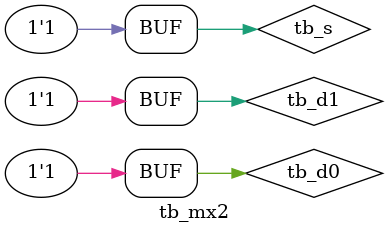
<source format=v>
`timescale 1ns/100ps // set the time of simulation ( unit / precision )

module tb_mx2;// define the testbench's name

	reg tb_d0, tb_d1, tb_s; // define register tb_d0, tb_d1, tb_s. it means testbench's d0, testbench's d1, testbench's s
	wire tb_y0, tb_y1; // define wire tb_y0, tb_y1. it means testbench's y0, testbench'y1
	
	mx2 U0_mx2(.d0(tb_d0), .d1(tb_d1), .s(tb_s), .y(tb_y0)); // named port mapping method
	
	mx2 U1_mx2(tb_d0, tb_d1, tb_s, tb_y1); // ordered port mapping method 
	
	initial begin // it means 1 time loop, begin - end means { }
		tb_d0 = 0; tb_d1 = 0; tb_s = 0; // tb_d0 : 0, tb_d1 : 0, tb_s : 0
	#10; tb_d0 = 0; tb_d1 = 0; tb_s = 1; // wait for 10 time unit and tb_d0 : 0, tb_d1 : 0, tb_s : 1 
	#10; tb_d0 = 0; tb_d1 = 1; tb_s = 0; // wait for 10 time unit and tb_d0 : 0, tb_d1 : 1, tb_s : 0
	#10; tb_d0 = 0; tb_d1 = 1; tb_s = 1; // wait for 10 time unit and tb_d0 : 0, tb_d1 : 1, tb_s : 1
	#10; tb_d0 = 1; tb_d1 = 0; tb_s = 0; // wait for 10 time unit and tb_d0 : 1, tb_d1 : 0, tb_s : 0
	#10; tb_d0 = 1; tb_d1 = 0; tb_s = 1; // wait for 10 time unit and tb_d0 : 1, tb_d1 : 0, tb_s : 1
	#10; tb_d0 = 1; tb_d1 = 1; tb_s = 0; // wait for 10 time unit and tb_d0 : 1, tb_d1 : 1, tb_s : 0
	#10; tb_d0 = 1; tb_d1 = 1; tb_s = 1; // wait for 10 time unit and tb_d0 : 1, tb_d1 : 0, tb_s : 1
	#10; // wait for 10 time unit
	end // end of loop

	
endmodule // end of module

</source>
